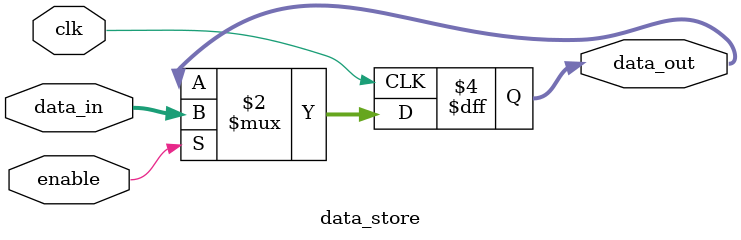
<source format=v>
module data_store(
  input [15:0] data_in,
  input enable,
  input clk,
  output reg [15:0] data_out
);

always @(posedge clk) begin
  if (enable) begin
    data_out <= data_in;
  end
end

endmodule
</source>
